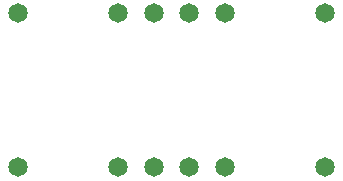
<source format=gbr>
G04 #@! TF.GenerationSoftware,KiCad,Pcbnew,(5.0.0)*
G04 #@! TF.CreationDate,2018-08-29T10:58:06+02:00*
G04 #@! TF.ProjectId,1u_mult,31755F6D756C742E6B696361645F7063,rev?*
G04 #@! TF.SameCoordinates,Original*
G04 #@! TF.FileFunction,Paste,Top*
G04 #@! TF.FilePolarity,Positive*
%FSLAX46Y46*%
G04 Gerber Fmt 4.6, Leading zero omitted, Abs format (unit mm)*
G04 Created by KiCad (PCBNEW (5.0.0)) date 08/29/18 10:58:06*
%MOMM*%
%LPD*%
G01*
G04 APERTURE LIST*
%ADD10C,1.648460*%
G04 APERTURE END LIST*
D10*
G04 #@! TO.C,J1*
X1001280Y-4500000D03*
X9497580Y-4500000D03*
X12499860Y-4500000D03*
G04 #@! TD*
G04 #@! TO.C,J2*
X15500140Y-4500000D03*
X18502420Y-4500000D03*
X26998720Y-4500000D03*
G04 #@! TD*
G04 #@! TO.C,J3*
X1001280Y-17500000D03*
X9497580Y-17500000D03*
X12499860Y-17500000D03*
G04 #@! TD*
G04 #@! TO.C,J4*
X15500140Y-17500000D03*
X18502420Y-17500000D03*
X26998720Y-17500000D03*
G04 #@! TD*
M02*

</source>
